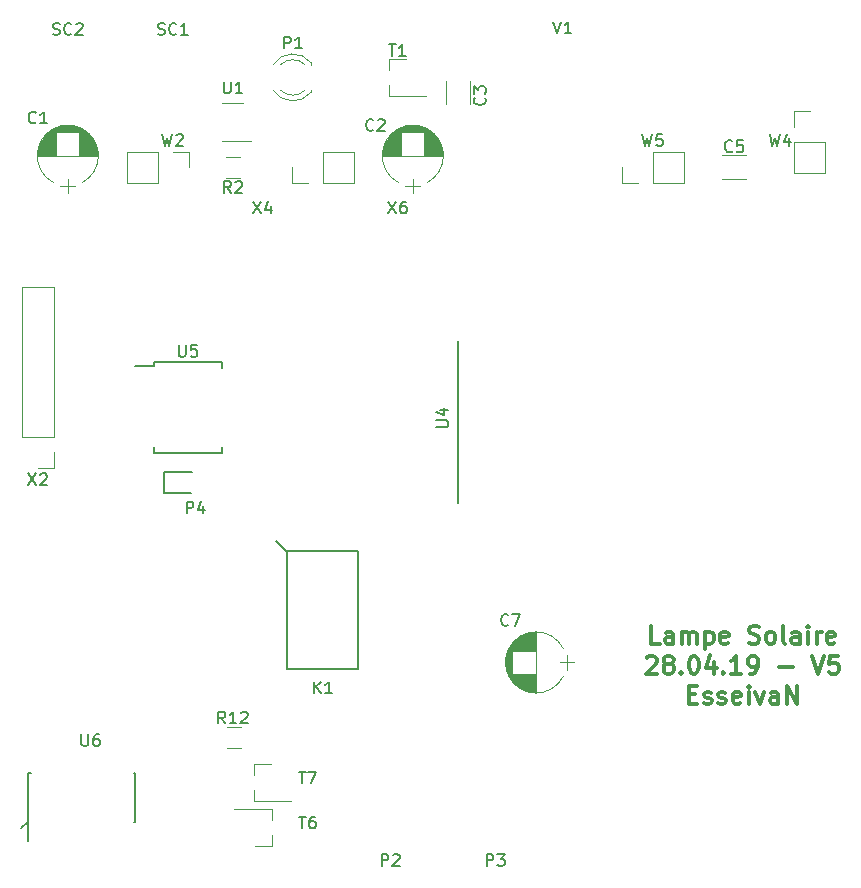
<source format=gbr>
G04 #@! TF.GenerationSoftware,KiCad,Pcbnew,(5.1.0)-1*
G04 #@! TF.CreationDate,2019-04-28T18:18:51+02:00*
G04 #@! TF.ProjectId,LampeSolaire,4c616d70-6553-46f6-9c61-6972652e6b69,5*
G04 #@! TF.SameCoordinates,Original*
G04 #@! TF.FileFunction,Legend,Top*
G04 #@! TF.FilePolarity,Positive*
%FSLAX46Y46*%
G04 Gerber Fmt 4.6, Leading zero omitted, Abs format (unit mm)*
G04 Created by KiCad (PCBNEW (5.1.0)-1) date 2019-04-28 18:18:51*
%MOMM*%
%LPD*%
G04 APERTURE LIST*
%ADD10C,0.300000*%
%ADD11C,0.120000*%
%ADD12C,0.150000*%
%ADD13C,0.304800*%
G04 APERTURE END LIST*
D10*
X113284285Y-98398571D02*
X112570000Y-98398571D01*
X112570000Y-96898571D01*
X114427142Y-98398571D02*
X114427142Y-97612857D01*
X114355714Y-97470000D01*
X114212857Y-97398571D01*
X113927142Y-97398571D01*
X113784285Y-97470000D01*
X114427142Y-98327142D02*
X114284285Y-98398571D01*
X113927142Y-98398571D01*
X113784285Y-98327142D01*
X113712857Y-98184285D01*
X113712857Y-98041428D01*
X113784285Y-97898571D01*
X113927142Y-97827142D01*
X114284285Y-97827142D01*
X114427142Y-97755714D01*
X115141428Y-98398571D02*
X115141428Y-97398571D01*
X115141428Y-97541428D02*
X115212857Y-97470000D01*
X115355714Y-97398571D01*
X115570000Y-97398571D01*
X115712857Y-97470000D01*
X115784285Y-97612857D01*
X115784285Y-98398571D01*
X115784285Y-97612857D02*
X115855714Y-97470000D01*
X115998571Y-97398571D01*
X116212857Y-97398571D01*
X116355714Y-97470000D01*
X116427142Y-97612857D01*
X116427142Y-98398571D01*
X117141428Y-97398571D02*
X117141428Y-98898571D01*
X117141428Y-97470000D02*
X117284285Y-97398571D01*
X117570000Y-97398571D01*
X117712857Y-97470000D01*
X117784285Y-97541428D01*
X117855714Y-97684285D01*
X117855714Y-98112857D01*
X117784285Y-98255714D01*
X117712857Y-98327142D01*
X117570000Y-98398571D01*
X117284285Y-98398571D01*
X117141428Y-98327142D01*
X119070000Y-98327142D02*
X118927142Y-98398571D01*
X118641428Y-98398571D01*
X118498571Y-98327142D01*
X118427142Y-98184285D01*
X118427142Y-97612857D01*
X118498571Y-97470000D01*
X118641428Y-97398571D01*
X118927142Y-97398571D01*
X119070000Y-97470000D01*
X119141428Y-97612857D01*
X119141428Y-97755714D01*
X118427142Y-97898571D01*
X120855714Y-98327142D02*
X121070000Y-98398571D01*
X121427142Y-98398571D01*
X121570000Y-98327142D01*
X121641428Y-98255714D01*
X121712857Y-98112857D01*
X121712857Y-97970000D01*
X121641428Y-97827142D01*
X121570000Y-97755714D01*
X121427142Y-97684285D01*
X121141428Y-97612857D01*
X120998571Y-97541428D01*
X120927142Y-97470000D01*
X120855714Y-97327142D01*
X120855714Y-97184285D01*
X120927142Y-97041428D01*
X120998571Y-96970000D01*
X121141428Y-96898571D01*
X121498571Y-96898571D01*
X121712857Y-96970000D01*
X122570000Y-98398571D02*
X122427142Y-98327142D01*
X122355714Y-98255714D01*
X122284285Y-98112857D01*
X122284285Y-97684285D01*
X122355714Y-97541428D01*
X122427142Y-97470000D01*
X122570000Y-97398571D01*
X122784285Y-97398571D01*
X122927142Y-97470000D01*
X122998571Y-97541428D01*
X123070000Y-97684285D01*
X123070000Y-98112857D01*
X122998571Y-98255714D01*
X122927142Y-98327142D01*
X122784285Y-98398571D01*
X122570000Y-98398571D01*
X123927142Y-98398571D02*
X123784285Y-98327142D01*
X123712857Y-98184285D01*
X123712857Y-96898571D01*
X125141428Y-98398571D02*
X125141428Y-97612857D01*
X125070000Y-97470000D01*
X124927142Y-97398571D01*
X124641428Y-97398571D01*
X124498571Y-97470000D01*
X125141428Y-98327142D02*
X124998571Y-98398571D01*
X124641428Y-98398571D01*
X124498571Y-98327142D01*
X124427142Y-98184285D01*
X124427142Y-98041428D01*
X124498571Y-97898571D01*
X124641428Y-97827142D01*
X124998571Y-97827142D01*
X125141428Y-97755714D01*
X125855714Y-98398571D02*
X125855714Y-97398571D01*
X125855714Y-96898571D02*
X125784285Y-96970000D01*
X125855714Y-97041428D01*
X125927142Y-96970000D01*
X125855714Y-96898571D01*
X125855714Y-97041428D01*
X126570000Y-98398571D02*
X126570000Y-97398571D01*
X126570000Y-97684285D02*
X126641428Y-97541428D01*
X126712857Y-97470000D01*
X126855714Y-97398571D01*
X126998571Y-97398571D01*
X128070000Y-98327142D02*
X127927142Y-98398571D01*
X127641428Y-98398571D01*
X127498571Y-98327142D01*
X127427142Y-98184285D01*
X127427142Y-97612857D01*
X127498571Y-97470000D01*
X127641428Y-97398571D01*
X127927142Y-97398571D01*
X128070000Y-97470000D01*
X128141428Y-97612857D01*
X128141428Y-97755714D01*
X127427142Y-97898571D01*
X112177142Y-99591428D02*
X112248571Y-99520000D01*
X112391428Y-99448571D01*
X112748571Y-99448571D01*
X112891428Y-99520000D01*
X112962857Y-99591428D01*
X113034285Y-99734285D01*
X113034285Y-99877142D01*
X112962857Y-100091428D01*
X112105714Y-100948571D01*
X113034285Y-100948571D01*
X113891428Y-100091428D02*
X113748571Y-100020000D01*
X113677142Y-99948571D01*
X113605714Y-99805714D01*
X113605714Y-99734285D01*
X113677142Y-99591428D01*
X113748571Y-99520000D01*
X113891428Y-99448571D01*
X114177142Y-99448571D01*
X114320000Y-99520000D01*
X114391428Y-99591428D01*
X114462857Y-99734285D01*
X114462857Y-99805714D01*
X114391428Y-99948571D01*
X114320000Y-100020000D01*
X114177142Y-100091428D01*
X113891428Y-100091428D01*
X113748571Y-100162857D01*
X113677142Y-100234285D01*
X113605714Y-100377142D01*
X113605714Y-100662857D01*
X113677142Y-100805714D01*
X113748571Y-100877142D01*
X113891428Y-100948571D01*
X114177142Y-100948571D01*
X114320000Y-100877142D01*
X114391428Y-100805714D01*
X114462857Y-100662857D01*
X114462857Y-100377142D01*
X114391428Y-100234285D01*
X114320000Y-100162857D01*
X114177142Y-100091428D01*
X115105714Y-100805714D02*
X115177142Y-100877142D01*
X115105714Y-100948571D01*
X115034285Y-100877142D01*
X115105714Y-100805714D01*
X115105714Y-100948571D01*
X116105714Y-99448571D02*
X116248571Y-99448571D01*
X116391428Y-99520000D01*
X116462857Y-99591428D01*
X116534285Y-99734285D01*
X116605714Y-100020000D01*
X116605714Y-100377142D01*
X116534285Y-100662857D01*
X116462857Y-100805714D01*
X116391428Y-100877142D01*
X116248571Y-100948571D01*
X116105714Y-100948571D01*
X115962857Y-100877142D01*
X115891428Y-100805714D01*
X115820000Y-100662857D01*
X115748571Y-100377142D01*
X115748571Y-100020000D01*
X115820000Y-99734285D01*
X115891428Y-99591428D01*
X115962857Y-99520000D01*
X116105714Y-99448571D01*
X117891428Y-99948571D02*
X117891428Y-100948571D01*
X117534285Y-99377142D02*
X117177142Y-100448571D01*
X118105714Y-100448571D01*
X118677142Y-100805714D02*
X118748571Y-100877142D01*
X118677142Y-100948571D01*
X118605714Y-100877142D01*
X118677142Y-100805714D01*
X118677142Y-100948571D01*
X120177142Y-100948571D02*
X119320000Y-100948571D01*
X119748571Y-100948571D02*
X119748571Y-99448571D01*
X119605714Y-99662857D01*
X119462857Y-99805714D01*
X119320000Y-99877142D01*
X120891428Y-100948571D02*
X121177142Y-100948571D01*
X121320000Y-100877142D01*
X121391428Y-100805714D01*
X121534285Y-100591428D01*
X121605714Y-100305714D01*
X121605714Y-99734285D01*
X121534285Y-99591428D01*
X121462857Y-99520000D01*
X121320000Y-99448571D01*
X121034285Y-99448571D01*
X120891428Y-99520000D01*
X120820000Y-99591428D01*
X120748571Y-99734285D01*
X120748571Y-100091428D01*
X120820000Y-100234285D01*
X120891428Y-100305714D01*
X121034285Y-100377142D01*
X121320000Y-100377142D01*
X121462857Y-100305714D01*
X121534285Y-100234285D01*
X121605714Y-100091428D01*
X123391428Y-100377142D02*
X124534285Y-100377142D01*
X126177142Y-99448571D02*
X126677142Y-100948571D01*
X127177142Y-99448571D01*
X128391428Y-99448571D02*
X127677142Y-99448571D01*
X127605714Y-100162857D01*
X127677142Y-100091428D01*
X127820000Y-100020000D01*
X128177142Y-100020000D01*
X128320000Y-100091428D01*
X128391428Y-100162857D01*
X128462857Y-100305714D01*
X128462857Y-100662857D01*
X128391428Y-100805714D01*
X128320000Y-100877142D01*
X128177142Y-100948571D01*
X127820000Y-100948571D01*
X127677142Y-100877142D01*
X127605714Y-100805714D01*
X115748571Y-102712857D02*
X116248571Y-102712857D01*
X116462857Y-103498571D02*
X115748571Y-103498571D01*
X115748571Y-101998571D01*
X116462857Y-101998571D01*
X117034285Y-103427142D02*
X117177142Y-103498571D01*
X117462857Y-103498571D01*
X117605714Y-103427142D01*
X117677142Y-103284285D01*
X117677142Y-103212857D01*
X117605714Y-103070000D01*
X117462857Y-102998571D01*
X117248571Y-102998571D01*
X117105714Y-102927142D01*
X117034285Y-102784285D01*
X117034285Y-102712857D01*
X117105714Y-102570000D01*
X117248571Y-102498571D01*
X117462857Y-102498571D01*
X117605714Y-102570000D01*
X118248571Y-103427142D02*
X118391428Y-103498571D01*
X118677142Y-103498571D01*
X118820000Y-103427142D01*
X118891428Y-103284285D01*
X118891428Y-103212857D01*
X118820000Y-103070000D01*
X118677142Y-102998571D01*
X118462857Y-102998571D01*
X118320000Y-102927142D01*
X118248571Y-102784285D01*
X118248571Y-102712857D01*
X118320000Y-102570000D01*
X118462857Y-102498571D01*
X118677142Y-102498571D01*
X118820000Y-102570000D01*
X120105714Y-103427142D02*
X119962857Y-103498571D01*
X119677142Y-103498571D01*
X119534285Y-103427142D01*
X119462857Y-103284285D01*
X119462857Y-102712857D01*
X119534285Y-102570000D01*
X119677142Y-102498571D01*
X119962857Y-102498571D01*
X120105714Y-102570000D01*
X120177142Y-102712857D01*
X120177142Y-102855714D01*
X119462857Y-102998571D01*
X120820000Y-103498571D02*
X120820000Y-102498571D01*
X120820000Y-101998571D02*
X120748571Y-102070000D01*
X120820000Y-102141428D01*
X120891428Y-102070000D01*
X120820000Y-101998571D01*
X120820000Y-102141428D01*
X121391428Y-102498571D02*
X121748571Y-103498571D01*
X122105714Y-102498571D01*
X123320000Y-103498571D02*
X123320000Y-102712857D01*
X123248571Y-102570000D01*
X123105714Y-102498571D01*
X122820000Y-102498571D01*
X122677142Y-102570000D01*
X123320000Y-103427142D02*
X123177142Y-103498571D01*
X122820000Y-103498571D01*
X122677142Y-103427142D01*
X122605714Y-103284285D01*
X122605714Y-103141428D01*
X122677142Y-102998571D01*
X122820000Y-102927142D01*
X123177142Y-102927142D01*
X123320000Y-102855714D01*
X124034285Y-103498571D02*
X124034285Y-101998571D01*
X124891428Y-103498571D01*
X124891428Y-101998571D01*
D11*
X62520000Y-59690000D02*
X63820000Y-59690000D01*
X63170000Y-60290000D02*
X63170000Y-59090000D01*
X62816000Y-54529000D02*
X63524000Y-54529000D01*
X62611000Y-54569000D02*
X63729000Y-54569000D01*
X62463000Y-54609000D02*
X63877000Y-54609000D01*
X62341000Y-54649000D02*
X63999000Y-54649000D01*
X62236000Y-54689000D02*
X64104000Y-54689000D01*
X62142000Y-54729000D02*
X64198000Y-54729000D01*
X62058000Y-54769000D02*
X64282000Y-54769000D01*
X61981000Y-54809000D02*
X64359000Y-54809000D01*
X61909000Y-54849000D02*
X64431000Y-54849000D01*
X61843000Y-54889000D02*
X64497000Y-54889000D01*
X61780000Y-54929000D02*
X64560000Y-54929000D01*
X61722000Y-54969000D02*
X64618000Y-54969000D01*
X61666000Y-55009000D02*
X64674000Y-55009000D01*
X61614000Y-55049000D02*
X64726000Y-55049000D01*
X61564000Y-55089000D02*
X64776000Y-55089000D01*
X64150000Y-55129000D02*
X64824000Y-55129000D01*
X61516000Y-55129000D02*
X62190000Y-55129000D01*
X64150000Y-55169000D02*
X64869000Y-55169000D01*
X61471000Y-55169000D02*
X62190000Y-55169000D01*
X64150000Y-55209000D02*
X64912000Y-55209000D01*
X61428000Y-55209000D02*
X62190000Y-55209000D01*
X64150000Y-55249000D02*
X64953000Y-55249000D01*
X61387000Y-55249000D02*
X62190000Y-55249000D01*
X64150000Y-55289000D02*
X64993000Y-55289000D01*
X61347000Y-55289000D02*
X62190000Y-55289000D01*
X64150000Y-55329000D02*
X65031000Y-55329000D01*
X61309000Y-55329000D02*
X62190000Y-55329000D01*
X64150000Y-55369000D02*
X65067000Y-55369000D01*
X61273000Y-55369000D02*
X62190000Y-55369000D01*
X64150000Y-55409000D02*
X65102000Y-55409000D01*
X61238000Y-55409000D02*
X62190000Y-55409000D01*
X64150000Y-55449000D02*
X65135000Y-55449000D01*
X61205000Y-55449000D02*
X62190000Y-55449000D01*
X64150000Y-55489000D02*
X65167000Y-55489000D01*
X61173000Y-55489000D02*
X62190000Y-55489000D01*
X64150000Y-55529000D02*
X65198000Y-55529000D01*
X61142000Y-55529000D02*
X62190000Y-55529000D01*
X64150000Y-55569000D02*
X65228000Y-55569000D01*
X61112000Y-55569000D02*
X62190000Y-55569000D01*
X64150000Y-55609000D02*
X65256000Y-55609000D01*
X61084000Y-55609000D02*
X62190000Y-55609000D01*
X64150000Y-55649000D02*
X65283000Y-55649000D01*
X61057000Y-55649000D02*
X62190000Y-55649000D01*
X64150000Y-55689000D02*
X65310000Y-55689000D01*
X61030000Y-55689000D02*
X62190000Y-55689000D01*
X64150000Y-55729000D02*
X65335000Y-55729000D01*
X61005000Y-55729000D02*
X62190000Y-55729000D01*
X64150000Y-55769000D02*
X65359000Y-55769000D01*
X60981000Y-55769000D02*
X62190000Y-55769000D01*
X64150000Y-55809000D02*
X65382000Y-55809000D01*
X60958000Y-55809000D02*
X62190000Y-55809000D01*
X64150000Y-55849000D02*
X65404000Y-55849000D01*
X60936000Y-55849000D02*
X62190000Y-55849000D01*
X64150000Y-55889000D02*
X65426000Y-55889000D01*
X60914000Y-55889000D02*
X62190000Y-55889000D01*
X64150000Y-55929000D02*
X65446000Y-55929000D01*
X60894000Y-55929000D02*
X62190000Y-55929000D01*
X64150000Y-55969000D02*
X65466000Y-55969000D01*
X60874000Y-55969000D02*
X62190000Y-55969000D01*
X64150000Y-56009000D02*
X65485000Y-56009000D01*
X60855000Y-56009000D02*
X62190000Y-56009000D01*
X64150000Y-56049000D02*
X65503000Y-56049000D01*
X60837000Y-56049000D02*
X62190000Y-56049000D01*
X64150000Y-56089000D02*
X65520000Y-56089000D01*
X60820000Y-56089000D02*
X62190000Y-56089000D01*
X64150000Y-56129000D02*
X65536000Y-56129000D01*
X60804000Y-56129000D02*
X62190000Y-56129000D01*
X64150000Y-56169000D02*
X65552000Y-56169000D01*
X60788000Y-56169000D02*
X62190000Y-56169000D01*
X64150000Y-56209000D02*
X65566000Y-56209000D01*
X60774000Y-56209000D02*
X62190000Y-56209000D01*
X64150000Y-56249000D02*
X65580000Y-56249000D01*
X60760000Y-56249000D02*
X62190000Y-56249000D01*
X64150000Y-56289000D02*
X65594000Y-56289000D01*
X60746000Y-56289000D02*
X62190000Y-56289000D01*
X64150000Y-56329000D02*
X65606000Y-56329000D01*
X60734000Y-56329000D02*
X62190000Y-56329000D01*
X64150000Y-56369000D02*
X65618000Y-56369000D01*
X60722000Y-56369000D02*
X62190000Y-56369000D01*
X64150000Y-56410000D02*
X65630000Y-56410000D01*
X60710000Y-56410000D02*
X62190000Y-56410000D01*
X64150000Y-56450000D02*
X65640000Y-56450000D01*
X60700000Y-56450000D02*
X62190000Y-56450000D01*
X64150000Y-56490000D02*
X65650000Y-56490000D01*
X60690000Y-56490000D02*
X62190000Y-56490000D01*
X64150000Y-56530000D02*
X65659000Y-56530000D01*
X60681000Y-56530000D02*
X62190000Y-56530000D01*
X64150000Y-56570000D02*
X65668000Y-56570000D01*
X60672000Y-56570000D02*
X62190000Y-56570000D01*
X64150000Y-56610000D02*
X65676000Y-56610000D01*
X60664000Y-56610000D02*
X62190000Y-56610000D01*
X64150000Y-56650000D02*
X65683000Y-56650000D01*
X60657000Y-56650000D02*
X62190000Y-56650000D01*
X64150000Y-56690000D02*
X65689000Y-56690000D01*
X60651000Y-56690000D02*
X62190000Y-56690000D01*
X64150000Y-56730000D02*
X65695000Y-56730000D01*
X60645000Y-56730000D02*
X62190000Y-56730000D01*
X64150000Y-56770000D02*
X65701000Y-56770000D01*
X60639000Y-56770000D02*
X62190000Y-56770000D01*
X64150000Y-56810000D02*
X65705000Y-56810000D01*
X60635000Y-56810000D02*
X62190000Y-56810000D01*
X64150000Y-56850000D02*
X65709000Y-56850000D01*
X60631000Y-56850000D02*
X62190000Y-56850000D01*
X64150000Y-56890000D02*
X65713000Y-56890000D01*
X60627000Y-56890000D02*
X62190000Y-56890000D01*
X64150000Y-56930000D02*
X65716000Y-56930000D01*
X60624000Y-56930000D02*
X62190000Y-56930000D01*
X64150000Y-56970000D02*
X65718000Y-56970000D01*
X60622000Y-56970000D02*
X62190000Y-56970000D01*
X64150000Y-57010000D02*
X65719000Y-57010000D01*
X60621000Y-57010000D02*
X62190000Y-57010000D01*
X64150000Y-57050000D02*
X65720000Y-57050000D01*
X60620000Y-57050000D02*
X62190000Y-57050000D01*
X60620000Y-57090000D02*
X65720000Y-57090000D01*
X64349723Y-54784278D02*
G75*
G03X61990000Y-54784420I-1179723J-2305722D01*
G01*
X64349723Y-54784278D02*
G75*
G02X64350000Y-59395580I-1179723J-2305722D01*
G01*
X61990277Y-54784278D02*
G75*
G03X61990000Y-59395580I1179723J-2305722D01*
G01*
X105410000Y-100650000D02*
X105410000Y-99350000D01*
X106010000Y-100000000D02*
X104810000Y-100000000D01*
X100249000Y-100354000D02*
X100249000Y-99646000D01*
X100289000Y-100559000D02*
X100289000Y-99441000D01*
X100329000Y-100707000D02*
X100329000Y-99293000D01*
X100369000Y-100829000D02*
X100369000Y-99171000D01*
X100409000Y-100934000D02*
X100409000Y-99066000D01*
X100449000Y-101028000D02*
X100449000Y-98972000D01*
X100489000Y-101112000D02*
X100489000Y-98888000D01*
X100529000Y-101189000D02*
X100529000Y-98811000D01*
X100569000Y-101261000D02*
X100569000Y-98739000D01*
X100609000Y-101327000D02*
X100609000Y-98673000D01*
X100649000Y-101390000D02*
X100649000Y-98610000D01*
X100689000Y-101448000D02*
X100689000Y-98552000D01*
X100729000Y-101504000D02*
X100729000Y-98496000D01*
X100769000Y-101556000D02*
X100769000Y-98444000D01*
X100809000Y-101606000D02*
X100809000Y-98394000D01*
X100849000Y-99020000D02*
X100849000Y-98346000D01*
X100849000Y-101654000D02*
X100849000Y-100980000D01*
X100889000Y-99020000D02*
X100889000Y-98301000D01*
X100889000Y-101699000D02*
X100889000Y-100980000D01*
X100929000Y-99020000D02*
X100929000Y-98258000D01*
X100929000Y-101742000D02*
X100929000Y-100980000D01*
X100969000Y-99020000D02*
X100969000Y-98217000D01*
X100969000Y-101783000D02*
X100969000Y-100980000D01*
X101009000Y-99020000D02*
X101009000Y-98177000D01*
X101009000Y-101823000D02*
X101009000Y-100980000D01*
X101049000Y-99020000D02*
X101049000Y-98139000D01*
X101049000Y-101861000D02*
X101049000Y-100980000D01*
X101089000Y-99020000D02*
X101089000Y-98103000D01*
X101089000Y-101897000D02*
X101089000Y-100980000D01*
X101129000Y-99020000D02*
X101129000Y-98068000D01*
X101129000Y-101932000D02*
X101129000Y-100980000D01*
X101169000Y-99020000D02*
X101169000Y-98035000D01*
X101169000Y-101965000D02*
X101169000Y-100980000D01*
X101209000Y-99020000D02*
X101209000Y-98003000D01*
X101209000Y-101997000D02*
X101209000Y-100980000D01*
X101249000Y-99020000D02*
X101249000Y-97972000D01*
X101249000Y-102028000D02*
X101249000Y-100980000D01*
X101289000Y-99020000D02*
X101289000Y-97942000D01*
X101289000Y-102058000D02*
X101289000Y-100980000D01*
X101329000Y-99020000D02*
X101329000Y-97914000D01*
X101329000Y-102086000D02*
X101329000Y-100980000D01*
X101369000Y-99020000D02*
X101369000Y-97887000D01*
X101369000Y-102113000D02*
X101369000Y-100980000D01*
X101409000Y-99020000D02*
X101409000Y-97860000D01*
X101409000Y-102140000D02*
X101409000Y-100980000D01*
X101449000Y-99020000D02*
X101449000Y-97835000D01*
X101449000Y-102165000D02*
X101449000Y-100980000D01*
X101489000Y-99020000D02*
X101489000Y-97811000D01*
X101489000Y-102189000D02*
X101489000Y-100980000D01*
X101529000Y-99020000D02*
X101529000Y-97788000D01*
X101529000Y-102212000D02*
X101529000Y-100980000D01*
X101569000Y-99020000D02*
X101569000Y-97766000D01*
X101569000Y-102234000D02*
X101569000Y-100980000D01*
X101609000Y-99020000D02*
X101609000Y-97744000D01*
X101609000Y-102256000D02*
X101609000Y-100980000D01*
X101649000Y-99020000D02*
X101649000Y-97724000D01*
X101649000Y-102276000D02*
X101649000Y-100980000D01*
X101689000Y-99020000D02*
X101689000Y-97704000D01*
X101689000Y-102296000D02*
X101689000Y-100980000D01*
X101729000Y-99020000D02*
X101729000Y-97685000D01*
X101729000Y-102315000D02*
X101729000Y-100980000D01*
X101769000Y-99020000D02*
X101769000Y-97667000D01*
X101769000Y-102333000D02*
X101769000Y-100980000D01*
X101809000Y-99020000D02*
X101809000Y-97650000D01*
X101809000Y-102350000D02*
X101809000Y-100980000D01*
X101849000Y-99020000D02*
X101849000Y-97634000D01*
X101849000Y-102366000D02*
X101849000Y-100980000D01*
X101889000Y-99020000D02*
X101889000Y-97618000D01*
X101889000Y-102382000D02*
X101889000Y-100980000D01*
X101929000Y-99020000D02*
X101929000Y-97604000D01*
X101929000Y-102396000D02*
X101929000Y-100980000D01*
X101969000Y-99020000D02*
X101969000Y-97590000D01*
X101969000Y-102410000D02*
X101969000Y-100980000D01*
X102009000Y-99020000D02*
X102009000Y-97576000D01*
X102009000Y-102424000D02*
X102009000Y-100980000D01*
X102049000Y-99020000D02*
X102049000Y-97564000D01*
X102049000Y-102436000D02*
X102049000Y-100980000D01*
X102089000Y-99020000D02*
X102089000Y-97552000D01*
X102089000Y-102448000D02*
X102089000Y-100980000D01*
X102130000Y-99020000D02*
X102130000Y-97540000D01*
X102130000Y-102460000D02*
X102130000Y-100980000D01*
X102170000Y-99020000D02*
X102170000Y-97530000D01*
X102170000Y-102470000D02*
X102170000Y-100980000D01*
X102210000Y-99020000D02*
X102210000Y-97520000D01*
X102210000Y-102480000D02*
X102210000Y-100980000D01*
X102250000Y-99020000D02*
X102250000Y-97511000D01*
X102250000Y-102489000D02*
X102250000Y-100980000D01*
X102290000Y-99020000D02*
X102290000Y-97502000D01*
X102290000Y-102498000D02*
X102290000Y-100980000D01*
X102330000Y-99020000D02*
X102330000Y-97494000D01*
X102330000Y-102506000D02*
X102330000Y-100980000D01*
X102370000Y-99020000D02*
X102370000Y-97487000D01*
X102370000Y-102513000D02*
X102370000Y-100980000D01*
X102410000Y-99020000D02*
X102410000Y-97481000D01*
X102410000Y-102519000D02*
X102410000Y-100980000D01*
X102450000Y-99020000D02*
X102450000Y-97475000D01*
X102450000Y-102525000D02*
X102450000Y-100980000D01*
X102490000Y-99020000D02*
X102490000Y-97469000D01*
X102490000Y-102531000D02*
X102490000Y-100980000D01*
X102530000Y-99020000D02*
X102530000Y-97465000D01*
X102530000Y-102535000D02*
X102530000Y-100980000D01*
X102570000Y-99020000D02*
X102570000Y-97461000D01*
X102570000Y-102539000D02*
X102570000Y-100980000D01*
X102610000Y-99020000D02*
X102610000Y-97457000D01*
X102610000Y-102543000D02*
X102610000Y-100980000D01*
X102650000Y-99020000D02*
X102650000Y-97454000D01*
X102650000Y-102546000D02*
X102650000Y-100980000D01*
X102690000Y-99020000D02*
X102690000Y-97452000D01*
X102690000Y-102548000D02*
X102690000Y-100980000D01*
X102730000Y-99020000D02*
X102730000Y-97451000D01*
X102730000Y-102549000D02*
X102730000Y-100980000D01*
X102770000Y-99020000D02*
X102770000Y-97450000D01*
X102770000Y-102550000D02*
X102770000Y-100980000D01*
X102810000Y-102550000D02*
X102810000Y-97450000D01*
X100504278Y-98820277D02*
G75*
G03X100504420Y-101180000I2305722J-1179723D01*
G01*
X100504278Y-98820277D02*
G75*
G02X105115580Y-98820000I2305722J-1179723D01*
G01*
X100504278Y-101179723D02*
G75*
G03X105115580Y-101180000I2305722J1179723D01*
G01*
X91730000Y-59690000D02*
X93030000Y-59690000D01*
X92380000Y-60290000D02*
X92380000Y-59090000D01*
X92026000Y-54529000D02*
X92734000Y-54529000D01*
X91821000Y-54569000D02*
X92939000Y-54569000D01*
X91673000Y-54609000D02*
X93087000Y-54609000D01*
X91551000Y-54649000D02*
X93209000Y-54649000D01*
X91446000Y-54689000D02*
X93314000Y-54689000D01*
X91352000Y-54729000D02*
X93408000Y-54729000D01*
X91268000Y-54769000D02*
X93492000Y-54769000D01*
X91191000Y-54809000D02*
X93569000Y-54809000D01*
X91119000Y-54849000D02*
X93641000Y-54849000D01*
X91053000Y-54889000D02*
X93707000Y-54889000D01*
X90990000Y-54929000D02*
X93770000Y-54929000D01*
X90932000Y-54969000D02*
X93828000Y-54969000D01*
X90876000Y-55009000D02*
X93884000Y-55009000D01*
X90824000Y-55049000D02*
X93936000Y-55049000D01*
X90774000Y-55089000D02*
X93986000Y-55089000D01*
X93360000Y-55129000D02*
X94034000Y-55129000D01*
X90726000Y-55129000D02*
X91400000Y-55129000D01*
X93360000Y-55169000D02*
X94079000Y-55169000D01*
X90681000Y-55169000D02*
X91400000Y-55169000D01*
X93360000Y-55209000D02*
X94122000Y-55209000D01*
X90638000Y-55209000D02*
X91400000Y-55209000D01*
X93360000Y-55249000D02*
X94163000Y-55249000D01*
X90597000Y-55249000D02*
X91400000Y-55249000D01*
X93360000Y-55289000D02*
X94203000Y-55289000D01*
X90557000Y-55289000D02*
X91400000Y-55289000D01*
X93360000Y-55329000D02*
X94241000Y-55329000D01*
X90519000Y-55329000D02*
X91400000Y-55329000D01*
X93360000Y-55369000D02*
X94277000Y-55369000D01*
X90483000Y-55369000D02*
X91400000Y-55369000D01*
X93360000Y-55409000D02*
X94312000Y-55409000D01*
X90448000Y-55409000D02*
X91400000Y-55409000D01*
X93360000Y-55449000D02*
X94345000Y-55449000D01*
X90415000Y-55449000D02*
X91400000Y-55449000D01*
X93360000Y-55489000D02*
X94377000Y-55489000D01*
X90383000Y-55489000D02*
X91400000Y-55489000D01*
X93360000Y-55529000D02*
X94408000Y-55529000D01*
X90352000Y-55529000D02*
X91400000Y-55529000D01*
X93360000Y-55569000D02*
X94438000Y-55569000D01*
X90322000Y-55569000D02*
X91400000Y-55569000D01*
X93360000Y-55609000D02*
X94466000Y-55609000D01*
X90294000Y-55609000D02*
X91400000Y-55609000D01*
X93360000Y-55649000D02*
X94493000Y-55649000D01*
X90267000Y-55649000D02*
X91400000Y-55649000D01*
X93360000Y-55689000D02*
X94520000Y-55689000D01*
X90240000Y-55689000D02*
X91400000Y-55689000D01*
X93360000Y-55729000D02*
X94545000Y-55729000D01*
X90215000Y-55729000D02*
X91400000Y-55729000D01*
X93360000Y-55769000D02*
X94569000Y-55769000D01*
X90191000Y-55769000D02*
X91400000Y-55769000D01*
X93360000Y-55809000D02*
X94592000Y-55809000D01*
X90168000Y-55809000D02*
X91400000Y-55809000D01*
X93360000Y-55849000D02*
X94614000Y-55849000D01*
X90146000Y-55849000D02*
X91400000Y-55849000D01*
X93360000Y-55889000D02*
X94636000Y-55889000D01*
X90124000Y-55889000D02*
X91400000Y-55889000D01*
X93360000Y-55929000D02*
X94656000Y-55929000D01*
X90104000Y-55929000D02*
X91400000Y-55929000D01*
X93360000Y-55969000D02*
X94676000Y-55969000D01*
X90084000Y-55969000D02*
X91400000Y-55969000D01*
X93360000Y-56009000D02*
X94695000Y-56009000D01*
X90065000Y-56009000D02*
X91400000Y-56009000D01*
X93360000Y-56049000D02*
X94713000Y-56049000D01*
X90047000Y-56049000D02*
X91400000Y-56049000D01*
X93360000Y-56089000D02*
X94730000Y-56089000D01*
X90030000Y-56089000D02*
X91400000Y-56089000D01*
X93360000Y-56129000D02*
X94746000Y-56129000D01*
X90014000Y-56129000D02*
X91400000Y-56129000D01*
X93360000Y-56169000D02*
X94762000Y-56169000D01*
X89998000Y-56169000D02*
X91400000Y-56169000D01*
X93360000Y-56209000D02*
X94776000Y-56209000D01*
X89984000Y-56209000D02*
X91400000Y-56209000D01*
X93360000Y-56249000D02*
X94790000Y-56249000D01*
X89970000Y-56249000D02*
X91400000Y-56249000D01*
X93360000Y-56289000D02*
X94804000Y-56289000D01*
X89956000Y-56289000D02*
X91400000Y-56289000D01*
X93360000Y-56329000D02*
X94816000Y-56329000D01*
X89944000Y-56329000D02*
X91400000Y-56329000D01*
X93360000Y-56369000D02*
X94828000Y-56369000D01*
X89932000Y-56369000D02*
X91400000Y-56369000D01*
X93360000Y-56410000D02*
X94840000Y-56410000D01*
X89920000Y-56410000D02*
X91400000Y-56410000D01*
X93360000Y-56450000D02*
X94850000Y-56450000D01*
X89910000Y-56450000D02*
X91400000Y-56450000D01*
X93360000Y-56490000D02*
X94860000Y-56490000D01*
X89900000Y-56490000D02*
X91400000Y-56490000D01*
X93360000Y-56530000D02*
X94869000Y-56530000D01*
X89891000Y-56530000D02*
X91400000Y-56530000D01*
X93360000Y-56570000D02*
X94878000Y-56570000D01*
X89882000Y-56570000D02*
X91400000Y-56570000D01*
X93360000Y-56610000D02*
X94886000Y-56610000D01*
X89874000Y-56610000D02*
X91400000Y-56610000D01*
X93360000Y-56650000D02*
X94893000Y-56650000D01*
X89867000Y-56650000D02*
X91400000Y-56650000D01*
X93360000Y-56690000D02*
X94899000Y-56690000D01*
X89861000Y-56690000D02*
X91400000Y-56690000D01*
X93360000Y-56730000D02*
X94905000Y-56730000D01*
X89855000Y-56730000D02*
X91400000Y-56730000D01*
X93360000Y-56770000D02*
X94911000Y-56770000D01*
X89849000Y-56770000D02*
X91400000Y-56770000D01*
X93360000Y-56810000D02*
X94915000Y-56810000D01*
X89845000Y-56810000D02*
X91400000Y-56810000D01*
X93360000Y-56850000D02*
X94919000Y-56850000D01*
X89841000Y-56850000D02*
X91400000Y-56850000D01*
X93360000Y-56890000D02*
X94923000Y-56890000D01*
X89837000Y-56890000D02*
X91400000Y-56890000D01*
X93360000Y-56930000D02*
X94926000Y-56930000D01*
X89834000Y-56930000D02*
X91400000Y-56930000D01*
X93360000Y-56970000D02*
X94928000Y-56970000D01*
X89832000Y-56970000D02*
X91400000Y-56970000D01*
X93360000Y-57010000D02*
X94929000Y-57010000D01*
X89831000Y-57010000D02*
X91400000Y-57010000D01*
X93360000Y-57050000D02*
X94930000Y-57050000D01*
X89830000Y-57050000D02*
X91400000Y-57050000D01*
X89830000Y-57090000D02*
X94930000Y-57090000D01*
X93559723Y-54784278D02*
G75*
G03X91200000Y-54784420I-1179723J-2305722D01*
G01*
X93559723Y-54784278D02*
G75*
G02X93560000Y-59395580I-1179723J-2305722D01*
G01*
X91200277Y-54784278D02*
G75*
G03X91200000Y-59395580I1179723J-2305722D01*
G01*
D12*
X96190000Y-86538000D02*
X96190000Y-72822000D01*
X81760000Y-100590000D02*
X87760000Y-100590000D01*
X81760000Y-90590000D02*
X81760000Y-100590000D01*
X87760000Y-90590000D02*
X81760000Y-90590000D01*
X87760000Y-100590000D02*
X87760000Y-90590000D01*
X81760000Y-90690000D02*
X80760000Y-89690000D01*
D11*
X76240000Y-55890000D02*
X78690000Y-55890000D01*
X78040000Y-52670000D02*
X76240000Y-52670000D01*
X80440000Y-115550000D02*
X78980000Y-115550000D01*
X80440000Y-112390000D02*
X77280000Y-112390000D01*
X80440000Y-112390000D02*
X80440000Y-113320000D01*
X80440000Y-115550000D02*
X80440000Y-114620000D01*
X78920000Y-108580000D02*
X80380000Y-108580000D01*
X78920000Y-111740000D02*
X82080000Y-111740000D01*
X78920000Y-111740000D02*
X78920000Y-110810000D01*
X78920000Y-108580000D02*
X78920000Y-109510000D01*
X90350000Y-48890000D02*
X91810000Y-48890000D01*
X90350000Y-52050000D02*
X93510000Y-52050000D01*
X90350000Y-52050000D02*
X90350000Y-51120000D01*
X90350000Y-48890000D02*
X90350000Y-49820000D01*
X73390000Y-56760000D02*
X73390000Y-58090000D01*
X72060000Y-56760000D02*
X73390000Y-56760000D01*
X70790000Y-56760000D02*
X70790000Y-59420000D01*
X70790000Y-59420000D02*
X68190000Y-59420000D01*
X70790000Y-56760000D02*
X68190000Y-56760000D01*
X68190000Y-56760000D02*
X68190000Y-59420000D01*
X82160000Y-59420000D02*
X82160000Y-58090000D01*
X83490000Y-59420000D02*
X82160000Y-59420000D01*
X84760000Y-59420000D02*
X84760000Y-56760000D01*
X84760000Y-56760000D02*
X87360000Y-56760000D01*
X84760000Y-59420000D02*
X87360000Y-59420000D01*
X87360000Y-59420000D02*
X87360000Y-56760000D01*
X124660000Y-53330000D02*
X125990000Y-53330000D01*
X124660000Y-54660000D02*
X124660000Y-53330000D01*
X124660000Y-55930000D02*
X127320000Y-55930000D01*
X127320000Y-55930000D02*
X127320000Y-58530000D01*
X124660000Y-55930000D02*
X124660000Y-58530000D01*
X124660000Y-58530000D02*
X127320000Y-58530000D01*
X110100000Y-59420000D02*
X110100000Y-58090000D01*
X111430000Y-59420000D02*
X110100000Y-59420000D01*
X112700000Y-59420000D02*
X112700000Y-56760000D01*
X112700000Y-56760000D02*
X115300000Y-56760000D01*
X112700000Y-59420000D02*
X115300000Y-59420000D01*
X115300000Y-59420000D02*
X115300000Y-56760000D01*
X97210000Y-52740000D02*
X97210000Y-50740000D01*
X95170000Y-50740000D02*
X95170000Y-52740000D01*
X120590000Y-57070000D02*
X118590000Y-57070000D01*
X118590000Y-59110000D02*
X120590000Y-59110000D01*
X83780000Y-49390000D02*
X83780000Y-49234000D01*
X83780000Y-51706000D02*
X83780000Y-51550000D01*
X81178870Y-49390163D02*
G75*
G02X83260961Y-49390000I1041130J-1079837D01*
G01*
X81178870Y-51549837D02*
G75*
G03X83260961Y-51550000I1041130J1079837D01*
G01*
X80547665Y-49391392D02*
G75*
G02X83780000Y-49234484I1672335J-1078608D01*
G01*
X80547665Y-51548608D02*
G75*
G03X83780000Y-51705516I1672335J1078608D01*
G01*
D12*
X71330000Y-83860000D02*
X73680000Y-83860000D01*
X71330000Y-85660000D02*
X73630000Y-85660000D01*
X73230000Y-85660000D02*
X73280000Y-85660000D01*
X71330000Y-83860000D02*
X71330000Y-85660000D01*
D11*
X77820000Y-107230000D02*
X76620000Y-107230000D01*
X76620000Y-105470000D02*
X77820000Y-105470000D01*
D12*
X70455000Y-74585000D02*
X70455000Y-74935000D01*
X76205000Y-74585000D02*
X76205000Y-75035000D01*
X76205000Y-82235000D02*
X76205000Y-81785000D01*
X70455000Y-82235000D02*
X70455000Y-81785000D01*
X70455000Y-74585000D02*
X76205000Y-74585000D01*
X70455000Y-82235000D02*
X76205000Y-82235000D01*
X70455000Y-74935000D02*
X68855000Y-74935000D01*
X68890000Y-113505000D02*
X68890000Y-109355000D01*
X68890000Y-113505000D02*
X68775000Y-113505000D01*
X68890000Y-109355000D02*
X68775000Y-109355000D01*
X59840000Y-109330000D02*
X59840000Y-113530000D01*
X60040000Y-109330000D02*
X59840000Y-109330000D01*
X59840000Y-113530000D02*
X59240000Y-114030000D01*
X59840000Y-113530000D02*
X59840000Y-115130000D01*
D11*
X77740000Y-58970000D02*
X76540000Y-58970000D01*
X76540000Y-57210000D02*
X77740000Y-57210000D01*
X61960000Y-68190000D02*
X59300000Y-68190000D01*
X61960000Y-80950000D02*
X61960000Y-68190000D01*
X59300000Y-80950000D02*
X59300000Y-68190000D01*
X61960000Y-80950000D02*
X59300000Y-80950000D01*
X61960000Y-82220000D02*
X61960000Y-83550000D01*
X61960000Y-83550000D02*
X60630000Y-83550000D01*
D12*
X104270476Y-45747380D02*
X104603809Y-46747380D01*
X104937142Y-45747380D01*
X105794285Y-46747380D02*
X105222857Y-46747380D01*
X105508571Y-46747380D02*
X105508571Y-45747380D01*
X105413333Y-45890238D01*
X105318095Y-45985476D01*
X105222857Y-46033095D01*
X60463333Y-54272142D02*
X60415714Y-54319761D01*
X60272857Y-54367380D01*
X60177619Y-54367380D01*
X60034761Y-54319761D01*
X59939523Y-54224523D01*
X59891904Y-54129285D01*
X59844285Y-53938809D01*
X59844285Y-53795952D01*
X59891904Y-53605476D01*
X59939523Y-53510238D01*
X60034761Y-53415000D01*
X60177619Y-53367380D01*
X60272857Y-53367380D01*
X60415714Y-53415000D01*
X60463333Y-53462619D01*
X61415714Y-54367380D02*
X60844285Y-54367380D01*
X61130000Y-54367380D02*
X61130000Y-53367380D01*
X61034761Y-53510238D01*
X60939523Y-53605476D01*
X60844285Y-53653095D01*
X100468333Y-96817142D02*
X100420714Y-96864761D01*
X100277857Y-96912380D01*
X100182619Y-96912380D01*
X100039761Y-96864761D01*
X99944523Y-96769523D01*
X99896904Y-96674285D01*
X99849285Y-96483809D01*
X99849285Y-96340952D01*
X99896904Y-96150476D01*
X99944523Y-96055238D01*
X100039761Y-95960000D01*
X100182619Y-95912380D01*
X100277857Y-95912380D01*
X100420714Y-95960000D01*
X100468333Y-96007619D01*
X100801666Y-95912380D02*
X101468333Y-95912380D01*
X101039761Y-96912380D01*
X89038333Y-54907142D02*
X88990714Y-54954761D01*
X88847857Y-55002380D01*
X88752619Y-55002380D01*
X88609761Y-54954761D01*
X88514523Y-54859523D01*
X88466904Y-54764285D01*
X88419285Y-54573809D01*
X88419285Y-54430952D01*
X88466904Y-54240476D01*
X88514523Y-54145238D01*
X88609761Y-54050000D01*
X88752619Y-54002380D01*
X88847857Y-54002380D01*
X88990714Y-54050000D01*
X89038333Y-54097619D01*
X89419285Y-54097619D02*
X89466904Y-54050000D01*
X89562142Y-54002380D01*
X89800238Y-54002380D01*
X89895476Y-54050000D01*
X89943095Y-54097619D01*
X89990714Y-54192857D01*
X89990714Y-54288095D01*
X89943095Y-54430952D01*
X89371666Y-55002380D01*
X89990714Y-55002380D01*
X89736904Y-117232380D02*
X89736904Y-116232380D01*
X90117857Y-116232380D01*
X90213095Y-116280000D01*
X90260714Y-116327619D01*
X90308333Y-116422857D01*
X90308333Y-116565714D01*
X90260714Y-116660952D01*
X90213095Y-116708571D01*
X90117857Y-116756190D01*
X89736904Y-116756190D01*
X90689285Y-116327619D02*
X90736904Y-116280000D01*
X90832142Y-116232380D01*
X91070238Y-116232380D01*
X91165476Y-116280000D01*
X91213095Y-116327619D01*
X91260714Y-116422857D01*
X91260714Y-116518095D01*
X91213095Y-116660952D01*
X90641666Y-117232380D01*
X91260714Y-117232380D01*
X98626904Y-117232380D02*
X98626904Y-116232380D01*
X99007857Y-116232380D01*
X99103095Y-116280000D01*
X99150714Y-116327619D01*
X99198333Y-116422857D01*
X99198333Y-116565714D01*
X99150714Y-116660952D01*
X99103095Y-116708571D01*
X99007857Y-116756190D01*
X98626904Y-116756190D01*
X99531666Y-116232380D02*
X100150714Y-116232380D01*
X99817380Y-116613333D01*
X99960238Y-116613333D01*
X100055476Y-116660952D01*
X100103095Y-116708571D01*
X100150714Y-116803809D01*
X100150714Y-117041904D01*
X100103095Y-117137142D01*
X100055476Y-117184761D01*
X99960238Y-117232380D01*
X99674523Y-117232380D01*
X99579285Y-117184761D01*
X99531666Y-117137142D01*
X70798095Y-46809761D02*
X70940952Y-46857380D01*
X71179047Y-46857380D01*
X71274285Y-46809761D01*
X71321904Y-46762142D01*
X71369523Y-46666904D01*
X71369523Y-46571666D01*
X71321904Y-46476428D01*
X71274285Y-46428809D01*
X71179047Y-46381190D01*
X70988571Y-46333571D01*
X70893333Y-46285952D01*
X70845714Y-46238333D01*
X70798095Y-46143095D01*
X70798095Y-46047857D01*
X70845714Y-45952619D01*
X70893333Y-45905000D01*
X70988571Y-45857380D01*
X71226666Y-45857380D01*
X71369523Y-45905000D01*
X72369523Y-46762142D02*
X72321904Y-46809761D01*
X72179047Y-46857380D01*
X72083809Y-46857380D01*
X71940952Y-46809761D01*
X71845714Y-46714523D01*
X71798095Y-46619285D01*
X71750476Y-46428809D01*
X71750476Y-46285952D01*
X71798095Y-46095476D01*
X71845714Y-46000238D01*
X71940952Y-45905000D01*
X72083809Y-45857380D01*
X72179047Y-45857380D01*
X72321904Y-45905000D01*
X72369523Y-45952619D01*
X73321904Y-46857380D02*
X72750476Y-46857380D01*
X73036190Y-46857380D02*
X73036190Y-45857380D01*
X72940952Y-46000238D01*
X72845714Y-46095476D01*
X72750476Y-46143095D01*
X61908095Y-46809761D02*
X62050952Y-46857380D01*
X62289047Y-46857380D01*
X62384285Y-46809761D01*
X62431904Y-46762142D01*
X62479523Y-46666904D01*
X62479523Y-46571666D01*
X62431904Y-46476428D01*
X62384285Y-46428809D01*
X62289047Y-46381190D01*
X62098571Y-46333571D01*
X62003333Y-46285952D01*
X61955714Y-46238333D01*
X61908095Y-46143095D01*
X61908095Y-46047857D01*
X61955714Y-45952619D01*
X62003333Y-45905000D01*
X62098571Y-45857380D01*
X62336666Y-45857380D01*
X62479523Y-45905000D01*
X63479523Y-46762142D02*
X63431904Y-46809761D01*
X63289047Y-46857380D01*
X63193809Y-46857380D01*
X63050952Y-46809761D01*
X62955714Y-46714523D01*
X62908095Y-46619285D01*
X62860476Y-46428809D01*
X62860476Y-46285952D01*
X62908095Y-46095476D01*
X62955714Y-46000238D01*
X63050952Y-45905000D01*
X63193809Y-45857380D01*
X63289047Y-45857380D01*
X63431904Y-45905000D01*
X63479523Y-45952619D01*
X63860476Y-45952619D02*
X63908095Y-45905000D01*
X64003333Y-45857380D01*
X64241428Y-45857380D01*
X64336666Y-45905000D01*
X64384285Y-45952619D01*
X64431904Y-46047857D01*
X64431904Y-46143095D01*
X64384285Y-46285952D01*
X63812857Y-46857380D01*
X64431904Y-46857380D01*
X78870476Y-60987380D02*
X79537142Y-61987380D01*
X79537142Y-60987380D02*
X78870476Y-61987380D01*
X80346666Y-61320714D02*
X80346666Y-61987380D01*
X80108571Y-60939761D02*
X79870476Y-61654047D01*
X80489523Y-61654047D01*
X90300476Y-60987380D02*
X90967142Y-61987380D01*
X90967142Y-60987380D02*
X90300476Y-61987380D01*
X91776666Y-60987380D02*
X91586190Y-60987380D01*
X91490952Y-61035000D01*
X91443333Y-61082619D01*
X91348095Y-61225476D01*
X91300476Y-61415952D01*
X91300476Y-61796904D01*
X91348095Y-61892142D01*
X91395714Y-61939761D01*
X91490952Y-61987380D01*
X91681428Y-61987380D01*
X91776666Y-61939761D01*
X91824285Y-61892142D01*
X91871904Y-61796904D01*
X91871904Y-61558809D01*
X91824285Y-61463571D01*
X91776666Y-61415952D01*
X91681428Y-61368333D01*
X91490952Y-61368333D01*
X91395714Y-61415952D01*
X91348095Y-61463571D01*
X91300476Y-61558809D01*
D13*
D12*
X94372380Y-80076904D02*
X95181904Y-80076904D01*
X95277142Y-80029285D01*
X95324761Y-79981666D01*
X95372380Y-79886428D01*
X95372380Y-79695952D01*
X95324761Y-79600714D01*
X95277142Y-79553095D01*
X95181904Y-79505476D01*
X94372380Y-79505476D01*
X94705714Y-78600714D02*
X95372380Y-78600714D01*
X94324761Y-78838809D02*
X95039047Y-79076904D01*
X95039047Y-78457857D01*
X84021904Y-102627380D02*
X84021904Y-101627380D01*
X84593333Y-102627380D02*
X84164761Y-102055952D01*
X84593333Y-101627380D02*
X84021904Y-102198809D01*
X85545714Y-102627380D02*
X84974285Y-102627380D01*
X85260000Y-102627380D02*
X85260000Y-101627380D01*
X85164761Y-101770238D01*
X85069523Y-101865476D01*
X84974285Y-101913095D01*
X76378095Y-50827380D02*
X76378095Y-51636904D01*
X76425714Y-51732142D01*
X76473333Y-51779761D01*
X76568571Y-51827380D01*
X76759047Y-51827380D01*
X76854285Y-51779761D01*
X76901904Y-51732142D01*
X76949523Y-51636904D01*
X76949523Y-50827380D01*
X77949523Y-51827380D02*
X77378095Y-51827380D01*
X77663809Y-51827380D02*
X77663809Y-50827380D01*
X77568571Y-50970238D01*
X77473333Y-51065476D01*
X77378095Y-51113095D01*
X82728095Y-113057380D02*
X83299523Y-113057380D01*
X83013809Y-114057380D02*
X83013809Y-113057380D01*
X84061428Y-113057380D02*
X83870952Y-113057380D01*
X83775714Y-113105000D01*
X83728095Y-113152619D01*
X83632857Y-113295476D01*
X83585238Y-113485952D01*
X83585238Y-113866904D01*
X83632857Y-113962142D01*
X83680476Y-114009761D01*
X83775714Y-114057380D01*
X83966190Y-114057380D01*
X84061428Y-114009761D01*
X84109047Y-113962142D01*
X84156666Y-113866904D01*
X84156666Y-113628809D01*
X84109047Y-113533571D01*
X84061428Y-113485952D01*
X83966190Y-113438333D01*
X83775714Y-113438333D01*
X83680476Y-113485952D01*
X83632857Y-113533571D01*
X83585238Y-113628809D01*
X82728095Y-109247380D02*
X83299523Y-109247380D01*
X83013809Y-110247380D02*
X83013809Y-109247380D01*
X83537619Y-109247380D02*
X84204285Y-109247380D01*
X83775714Y-110247380D01*
X90348095Y-47652380D02*
X90919523Y-47652380D01*
X90633809Y-48652380D02*
X90633809Y-47652380D01*
X91776666Y-48652380D02*
X91205238Y-48652380D01*
X91490952Y-48652380D02*
X91490952Y-47652380D01*
X91395714Y-47795238D01*
X91300476Y-47890476D01*
X91205238Y-47938095D01*
X71155238Y-55272380D02*
X71393333Y-56272380D01*
X71583809Y-55558095D01*
X71774285Y-56272380D01*
X72012380Y-55272380D01*
X72345714Y-55367619D02*
X72393333Y-55320000D01*
X72488571Y-55272380D01*
X72726666Y-55272380D01*
X72821904Y-55320000D01*
X72869523Y-55367619D01*
X72917142Y-55462857D01*
X72917142Y-55558095D01*
X72869523Y-55700952D01*
X72298095Y-56272380D01*
X72917142Y-56272380D01*
X122590238Y-55272380D02*
X122828333Y-56272380D01*
X123018809Y-55558095D01*
X123209285Y-56272380D01*
X123447380Y-55272380D01*
X124256904Y-55605714D02*
X124256904Y-56272380D01*
X124018809Y-55224761D02*
X123780714Y-55939047D01*
X124399761Y-55939047D01*
X111795238Y-55272380D02*
X112033333Y-56272380D01*
X112223809Y-55558095D01*
X112414285Y-56272380D01*
X112652380Y-55272380D01*
X113509523Y-55272380D02*
X113033333Y-55272380D01*
X112985714Y-55748571D01*
X113033333Y-55700952D01*
X113128571Y-55653333D01*
X113366666Y-55653333D01*
X113461904Y-55700952D01*
X113509523Y-55748571D01*
X113557142Y-55843809D01*
X113557142Y-56081904D01*
X113509523Y-56177142D01*
X113461904Y-56224761D01*
X113366666Y-56272380D01*
X113128571Y-56272380D01*
X113033333Y-56224761D01*
X112985714Y-56177142D01*
X98452142Y-52176666D02*
X98499761Y-52224285D01*
X98547380Y-52367142D01*
X98547380Y-52462380D01*
X98499761Y-52605238D01*
X98404523Y-52700476D01*
X98309285Y-52748095D01*
X98118809Y-52795714D01*
X97975952Y-52795714D01*
X97785476Y-52748095D01*
X97690238Y-52700476D01*
X97595000Y-52605238D01*
X97547380Y-52462380D01*
X97547380Y-52367142D01*
X97595000Y-52224285D01*
X97642619Y-52176666D01*
X97547380Y-51843333D02*
X97547380Y-51224285D01*
X97928333Y-51557619D01*
X97928333Y-51414761D01*
X97975952Y-51319523D01*
X98023571Y-51271904D01*
X98118809Y-51224285D01*
X98356904Y-51224285D01*
X98452142Y-51271904D01*
X98499761Y-51319523D01*
X98547380Y-51414761D01*
X98547380Y-51700476D01*
X98499761Y-51795714D01*
X98452142Y-51843333D01*
X119423333Y-56697142D02*
X119375714Y-56744761D01*
X119232857Y-56792380D01*
X119137619Y-56792380D01*
X118994761Y-56744761D01*
X118899523Y-56649523D01*
X118851904Y-56554285D01*
X118804285Y-56363809D01*
X118804285Y-56220952D01*
X118851904Y-56030476D01*
X118899523Y-55935238D01*
X118994761Y-55840000D01*
X119137619Y-55792380D01*
X119232857Y-55792380D01*
X119375714Y-55840000D01*
X119423333Y-55887619D01*
X120328095Y-55792380D02*
X119851904Y-55792380D01*
X119804285Y-56268571D01*
X119851904Y-56220952D01*
X119947142Y-56173333D01*
X120185238Y-56173333D01*
X120280476Y-56220952D01*
X120328095Y-56268571D01*
X120375714Y-56363809D01*
X120375714Y-56601904D01*
X120328095Y-56697142D01*
X120280476Y-56744761D01*
X120185238Y-56792380D01*
X119947142Y-56792380D01*
X119851904Y-56744761D01*
X119804285Y-56697142D01*
X81481904Y-48017380D02*
X81481904Y-47017380D01*
X81862857Y-47017380D01*
X81958095Y-47065000D01*
X82005714Y-47112619D01*
X82053333Y-47207857D01*
X82053333Y-47350714D01*
X82005714Y-47445952D01*
X81958095Y-47493571D01*
X81862857Y-47541190D01*
X81481904Y-47541190D01*
X83005714Y-48017380D02*
X82434285Y-48017380D01*
X82720000Y-48017380D02*
X82720000Y-47017380D01*
X82624761Y-47160238D01*
X82529523Y-47255476D01*
X82434285Y-47303095D01*
X73226904Y-87387380D02*
X73226904Y-86387380D01*
X73607857Y-86387380D01*
X73703095Y-86435000D01*
X73750714Y-86482619D01*
X73798333Y-86577857D01*
X73798333Y-86720714D01*
X73750714Y-86815952D01*
X73703095Y-86863571D01*
X73607857Y-86911190D01*
X73226904Y-86911190D01*
X74655476Y-86720714D02*
X74655476Y-87387380D01*
X74417380Y-86339761D02*
X74179285Y-87054047D01*
X74798333Y-87054047D01*
X76497142Y-105167380D02*
X76163809Y-104691190D01*
X75925714Y-105167380D02*
X75925714Y-104167380D01*
X76306666Y-104167380D01*
X76401904Y-104215000D01*
X76449523Y-104262619D01*
X76497142Y-104357857D01*
X76497142Y-104500714D01*
X76449523Y-104595952D01*
X76401904Y-104643571D01*
X76306666Y-104691190D01*
X75925714Y-104691190D01*
X77449523Y-105167380D02*
X76878095Y-105167380D01*
X77163809Y-105167380D02*
X77163809Y-104167380D01*
X77068571Y-104310238D01*
X76973333Y-104405476D01*
X76878095Y-104453095D01*
X77830476Y-104262619D02*
X77878095Y-104215000D01*
X77973333Y-104167380D01*
X78211428Y-104167380D01*
X78306666Y-104215000D01*
X78354285Y-104262619D01*
X78401904Y-104357857D01*
X78401904Y-104453095D01*
X78354285Y-104595952D01*
X77782857Y-105167380D01*
X78401904Y-105167380D01*
X72568095Y-73112380D02*
X72568095Y-73921904D01*
X72615714Y-74017142D01*
X72663333Y-74064761D01*
X72758571Y-74112380D01*
X72949047Y-74112380D01*
X73044285Y-74064761D01*
X73091904Y-74017142D01*
X73139523Y-73921904D01*
X73139523Y-73112380D01*
X74091904Y-73112380D02*
X73615714Y-73112380D01*
X73568095Y-73588571D01*
X73615714Y-73540952D01*
X73710952Y-73493333D01*
X73949047Y-73493333D01*
X74044285Y-73540952D01*
X74091904Y-73588571D01*
X74139523Y-73683809D01*
X74139523Y-73921904D01*
X74091904Y-74017142D01*
X74044285Y-74064761D01*
X73949047Y-74112380D01*
X73710952Y-74112380D01*
X73615714Y-74064761D01*
X73568095Y-74017142D01*
X64313095Y-106072380D02*
X64313095Y-106881904D01*
X64360714Y-106977142D01*
X64408333Y-107024761D01*
X64503571Y-107072380D01*
X64694047Y-107072380D01*
X64789285Y-107024761D01*
X64836904Y-106977142D01*
X64884523Y-106881904D01*
X64884523Y-106072380D01*
X65789285Y-106072380D02*
X65598809Y-106072380D01*
X65503571Y-106120000D01*
X65455952Y-106167619D01*
X65360714Y-106310476D01*
X65313095Y-106500952D01*
X65313095Y-106881904D01*
X65360714Y-106977142D01*
X65408333Y-107024761D01*
X65503571Y-107072380D01*
X65694047Y-107072380D01*
X65789285Y-107024761D01*
X65836904Y-106977142D01*
X65884523Y-106881904D01*
X65884523Y-106643809D01*
X65836904Y-106548571D01*
X65789285Y-106500952D01*
X65694047Y-106453333D01*
X65503571Y-106453333D01*
X65408333Y-106500952D01*
X65360714Y-106548571D01*
X65313095Y-106643809D01*
X76973333Y-60242380D02*
X76640000Y-59766190D01*
X76401904Y-60242380D02*
X76401904Y-59242380D01*
X76782857Y-59242380D01*
X76878095Y-59290000D01*
X76925714Y-59337619D01*
X76973333Y-59432857D01*
X76973333Y-59575714D01*
X76925714Y-59670952D01*
X76878095Y-59718571D01*
X76782857Y-59766190D01*
X76401904Y-59766190D01*
X77354285Y-59337619D02*
X77401904Y-59290000D01*
X77497142Y-59242380D01*
X77735238Y-59242380D01*
X77830476Y-59290000D01*
X77878095Y-59337619D01*
X77925714Y-59432857D01*
X77925714Y-59528095D01*
X77878095Y-59670952D01*
X77306666Y-60242380D01*
X77925714Y-60242380D01*
X59820476Y-84002380D02*
X60487142Y-85002380D01*
X60487142Y-84002380D02*
X59820476Y-85002380D01*
X60820476Y-84097619D02*
X60868095Y-84050000D01*
X60963333Y-84002380D01*
X61201428Y-84002380D01*
X61296666Y-84050000D01*
X61344285Y-84097619D01*
X61391904Y-84192857D01*
X61391904Y-84288095D01*
X61344285Y-84430952D01*
X60772857Y-85002380D01*
X61391904Y-85002380D01*
M02*

</source>
